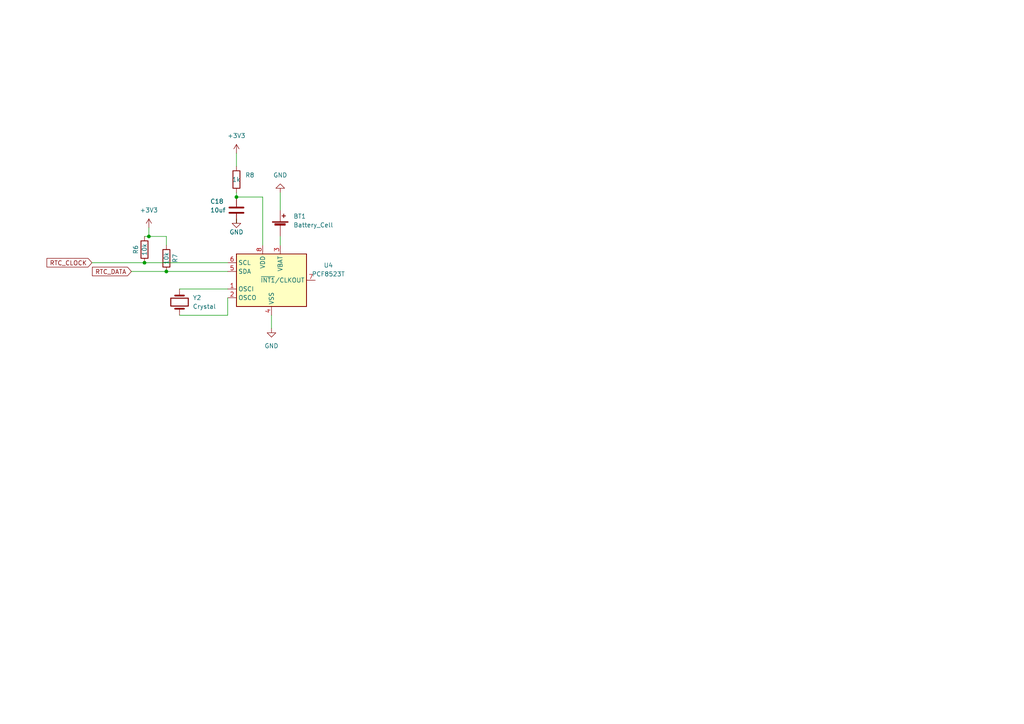
<source format=kicad_sch>
(kicad_sch (version 20211123) (generator eeschema)
  (paper "A4")
  (lib_symbols
    (symbol "Device:Battery_Cell" (pin_numbers hide) (pin_names (offset 0) hide)
      (property "Reference" "BT" (at 2.54 2.54 0))
      (property "Value" "Battery_Cell" (at 2.54 0 0))
      (symbol "Battery_Cell_0_1"
        (rectangle (start -2.286 1.778) (end 2.286 1.524) (fill (type outline)))
        (rectangle (start -1.5748 1.1938) (end 1.4732 0.6858) (fill (type outline)))
        (polyline (pts (xy 0 0.762) (xy 0 0)))
        (polyline (pts (xy 0 1.778) (xy 0 2.54)))
        (polyline (pts (xy 0.508 3.429) (xy 1.524 3.429)) (stroke (width 0.254)))
        (polyline (pts (xy 1.016 3.937) (xy 1.016 2.921)) (stroke (width 0.254)))
      )
      (symbol "Battery_Cell_1_1"
        (pin passive line (at 0 5.08 270) (length 2.54) (name "+") (number "1"))
        (pin passive line (at 0 -2.54 90) (length 2.54) (name "-") (number "2"))
      )
    )
    (symbol "Device:C" (pin_numbers hide) (pin_names (offset 0.254))
      (property "Reference" "C" (at 0.635 2.54 0))
      (property "Value" "C" (at 0.635 -2.54 0))
      (symbol "C_0_1"
        (polyline (pts (xy -2.032 -0.762) (xy 2.032 -0.762)) (stroke (width 0.508)))
        (polyline (pts (xy -2.032 0.762) (xy 2.032 0.762)) (stroke (width 0.508)))
      )
      (symbol "C_1_1"
        (pin passive line (at 0 3.81 270) (length 2.794) (name "~") (number "1"))
        (pin passive line (at 0 -3.81 90) (length 2.794) (name "~") (number "2"))
      )
    )
    (symbol "Device:Crystal" (pin_numbers hide) (pin_names (offset 1.016) hide)
      (property "Reference" "Y" (at 0 3.81 0))
      (property "Value" "Crystal" (at 0 -3.81 0))
      (symbol "Crystal_0_1"
        (rectangle (start -1.143 2.54) (end 1.143 -2.54) (stroke (width 0.3048)))
        (polyline (pts (xy -2.54 0) (xy -1.905 0)))
        (polyline (pts (xy -1.905 -1.27) (xy -1.905 1.27)) (stroke (width 0.508)))
        (polyline (pts (xy 1.905 -1.27) (xy 1.905 1.27)) (stroke (width 0.508)))
        (polyline (pts (xy 2.54 0) (xy 1.905 0)))
      )
      (symbol "Crystal_1_1"
        (pin passive line (at -3.81 0 0) (length 1.27) (name "1") (number "1"))
        (pin passive line (at 3.81 0 180) (length 1.27) (name "2") (number "2"))
      )
    )
    (symbol "Device:R" (pin_numbers hide) (pin_names (offset 0))
      (property "Reference" "R" (at 2.032 0 90))
      (property "Value" "R" (at 0 0 90))
      (symbol "R_0_1"
        (rectangle (start -1.016 -2.54) (end 1.016 2.54) (stroke (width 0.254)))
      )
      (symbol "R_1_1"
        (pin passive line (at 0 3.81 270) (length 1.27) (name "~") (number "1"))
        (pin passive line (at 0 -3.81 90) (length 1.27) (name "~") (number "2"))
      )
    )
    (symbol "Timer_RTC:PCF8523T"
      (property "Reference" "U" (at -10.16 8.89 0))
      (property "Value" "PCF8523T" (at 3.81 8.89 0))
      (symbol "PCF8523T_0_1"
        (rectangle (start -10.16 7.62) (end 10.16 -7.62) (stroke (width 0.254)) (fill (type background)))
      )
      (symbol "PCF8523T_1_1"
        (pin input line (at -12.7 -2.54 0) (length 2.54) (name "OSCI") (number "1"))
        (pin output line (at -12.7 -5.08 0) (length 2.54) (name "OSCO") (number "2"))
        (pin power_in line (at 2.54 10.16 270) (length 2.54) (name "VBAT") (number "3"))
        (pin power_in line (at 0 -10.16 90) (length 2.54) (name "VSS") (number "4"))
        (pin bidirectional line (at -12.7 2.54 0) (length 2.54) (name "SDA") (number "5"))
        (pin input line (at -12.7 5.08 0) (length 2.54) (name "SCL") (number "6"))
        (pin open_collector line (at 12.7 0 180) (length 2.54) (name "~{INT1}/CLKOUT") (number "7"))
        (pin power_in line (at -2.54 10.16 270) (length 2.54) (name "VDD") (number "8"))
      )
    )
    (symbol "power:+3V3" (power) (pin_names (offset 0))
      (property "Value" "+3V3" (at 0 3.556 0))
      (symbol "+3V3_0_1"
        (polyline (pts (xy -0.762 1.27) (xy 0 2.54)))
        (polyline (pts (xy 0 0) (xy 0 2.54)))
        (polyline (pts (xy 0 2.54) (xy 0.762 1.27)))
      )
      (symbol "+3V3_1_1"
        (pin power_in line (at 0 0 90) (length 0) hide (name "+3V3") (number "1"))
      )
    )
    (symbol "power:GND" (power) (pin_names (offset 0))
      (property "Value" "GND" (at 0 -3.81 0))
      (symbol "GND_0_1"
        (polyline (pts (xy 0 0) (xy 0 -1.27) (xy 1.27 -1.27) (xy 0 -2.54) (xy -1.27 -1.27) (xy 0 -1.27)))
      )
      (symbol "GND_1_1"
        (pin power_in line (at 0 0 270) (length 0) hide (name "GND") (number "1"))
      )
    )
  )
  (junction (at 48.26 78.74))
  (junction (at 68.58 57.15))
  (junction (at 43.18 68.58))
  (junction (at 41.91 76.2))
  (wire (pts (xy 26.67 76.2) (xy 41.91 76.2)))
  (wire (pts (xy 43.18 68.58) (xy 48.26 68.58)))
  (wire (pts (xy 52.07 83.82) (xy 66.04 83.82)))
  (wire (pts (xy 43.18 66.04) (xy 43.18 68.58)))
  (wire (pts (xy 68.58 44.45) (xy 68.58 48.26)))
  (wire (pts (xy 66.04 86.36) (xy 66.04 91.44)))
  (wire (pts (xy 68.58 63.5) (xy 68.58 64.77)))
  (wire (pts (xy 52.07 91.44) (xy 66.04 91.44)))
  (wire (pts (xy 68.58 55.88) (xy 68.58 57.15)))
  (wire (pts (xy 81.28 55.88) (xy 81.28 60.96)))
  (wire (pts (xy 76.2 57.15) (xy 76.2 71.12)))
  (wire (pts (xy 78.74 91.44) (xy 78.74 95.25)))
  (wire (pts (xy 76.2 57.15) (xy 68.58 57.15)))
  (wire (pts (xy 41.91 76.2) (xy 66.04 76.2)))
  (wire (pts (xy 81.28 68.58) (xy 81.28 71.12)))
  (wire (pts (xy 48.26 78.74) (xy 66.04 78.74)))
  (wire (pts (xy 38.1 78.74) (xy 48.26 78.74)))
  (wire (pts (xy 48.26 71.12) (xy 48.26 68.58)))
  (wire (pts (xy 41.91 68.58) (xy 43.18 68.58)))
  (global_label "RTC_DATA" (shape input) (at 38.1 78.74 180) (property "Intersheet References" "${INTERSHEET_REFS}" (effects hide)))
  (global_label "RTC_CLOCK" (shape input) (at 26.67 76.2 180) (property "Intersheet References" "${INTERSHEET_REFS}" (effects hide)))
  (symbol (lib_id "power:GND") (at 78.74 95.25 0) (unit 1)
    (property "Reference" "#PWR0104" (effects hide))
    (property "Value" "GND" (at 78.74 100.33 0))
  )
  (symbol (lib_id "power:+3V3") (at 68.58 44.45 0) (unit 1)
    (property "Reference" "#PWR0141" (effects hide))
    (property "Value" "+3V3" (at 68.58 39.37 0))
  )
  (symbol (lib_id "Device:R") (at 48.26 74.93 0) (unit 1)
    (property "Reference" "R7" (at 50.8 74.93 90))
    (property "Value" "10k" (at 48.26 74.93 90))
    (property "Footprint" "Capacitor_SMD:C_0402_1005Metric" (effects hide))
  )
  (symbol (lib_id "power:GND") (at 68.58 63.5 0) (unit 1)
    (property "Reference" "#PWR0103" (effects hide))
    (property "Value" "GND" (at 68.58 67.31 0))
  )
  (symbol (lib_id "Timer_RTC:PCF8523T") (at 78.74 81.28 0) (unit 1)
    (property "Reference" "U4" (at 95.25 76.9493 0))
    (property "Value" "PCF8523T" (at 95.25 79.4893 0))
    (property "Footprint" "Package_SO:SOIC-8_3.9x4.9mm_P1.27mm" (effects hide))
    (property "Datasheet" "https://www.nxp.com/docs/en/data-sheet/PCF8523.pdf" (effects hide))
  )
  (symbol (lib_id "Device:C") (at 68.58 60.96 0) (unit 1)
    (property "Reference" "C18" (at 60.96 58.42 0) (effects (justify left)))
    (property "Value" "10uf" (at 60.96 60.96 0) (effects (justify left)))
    (property "Footprint" "Capacitor_SMD:C_0805_2012Metric" (effects hide))
  )
  (symbol (lib_id "Device:R") (at 68.58 52.07 0) (unit 1)
    (property "Reference" "R8" (at 71.12 50.7999 0) (effects (justify left)))
    (property "Value" "1k" (at 67.31 52.07 0) (effects (justify left)))
    (property "Footprint" "Capacitor_SMD:C_0402_1005Metric" (effects hide))
  )
  (symbol (lib_id "Device:Crystal") (at 52.07 87.63 270) (unit 1)
    (property "Reference" "Y2" (at 55.88 86.3599 90) (effects (justify left)))
    (property "Value" "Crystal" (at 55.88 88.8999 90) (effects (justify left)))
    (property "Footprint" "Crystal:Crystal_SMD_3215-2Pin_3.2x1.5mm" (effects hide))
  )
  (symbol (lib_id "Device:R") (at 41.91 72.39 0) (unit 1)
    (property "Reference" "R6" (at 39.37 72.39 90))
    (property "Value" "10k" (at 41.91 72.39 90))
    (property "Footprint" "Capacitor_SMD:C_0402_1005Metric" (effects hide))
  )
  (symbol (lib_id "Device:Battery_Cell") (at 81.28 66.04 0) (unit 1)
    (property "Reference" "BT1" (at 85.09 62.7379 0) (effects (justify left)))
    (property "Value" "Battery_Cell" (at 85.09 65.2779 0) (effects (justify left)))
    (property "Footprint" "Battery:BatteryHolder_Keystone_500" (effects hide))
  )
  (symbol (lib_id "power:GND") (at 81.28 55.88 180) (unit 1)
    (property "Reference" "#PWR0102" (effects hide))
    (property "Value" "GND" (at 81.28 50.8 0))
  )
  (symbol (lib_id "power:+3V3") (at 43.18 66.04 0) (unit 1)
    (property "Reference" "#PWR0140" (effects hide))
    (property "Value" "+3V3" (at 43.18 60.96 0))
  )
)
</source>
